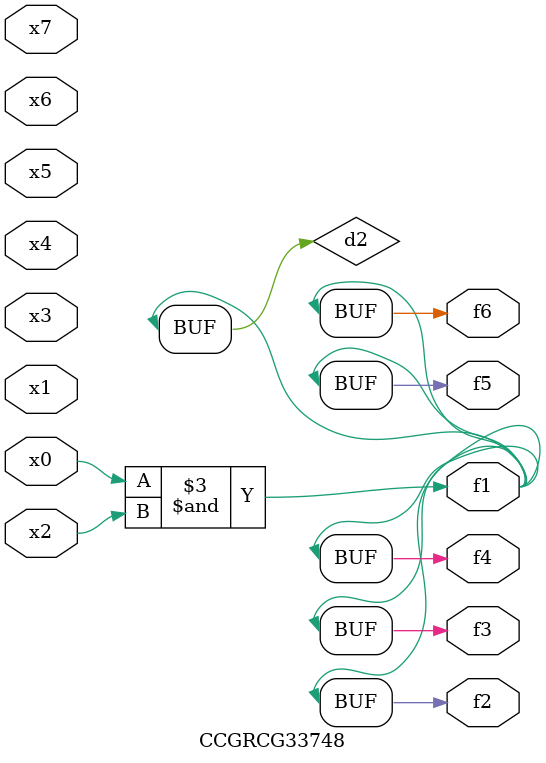
<source format=v>
module CCGRCG33748(
	input x0, x1, x2, x3, x4, x5, x6, x7,
	output f1, f2, f3, f4, f5, f6
);

	wire d1, d2;

	nor (d1, x3, x6);
	and (d2, x0, x2);
	assign f1 = d2;
	assign f2 = d2;
	assign f3 = d2;
	assign f4 = d2;
	assign f5 = d2;
	assign f6 = d2;
endmodule

</source>
